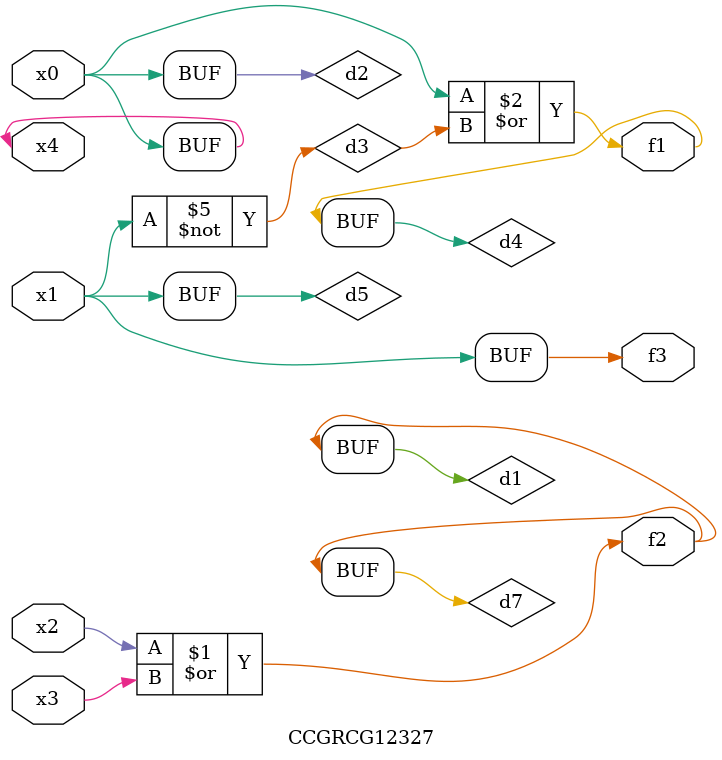
<source format=v>
module CCGRCG12327(
	input x0, x1, x2, x3, x4,
	output f1, f2, f3
);

	wire d1, d2, d3, d4, d5, d6, d7;

	or (d1, x2, x3);
	buf (d2, x0, x4);
	not (d3, x1);
	or (d4, d2, d3);
	not (d5, d3);
	nand (d6, d1, d3);
	or (d7, d1);
	assign f1 = d4;
	assign f2 = d7;
	assign f3 = d5;
endmodule

</source>
